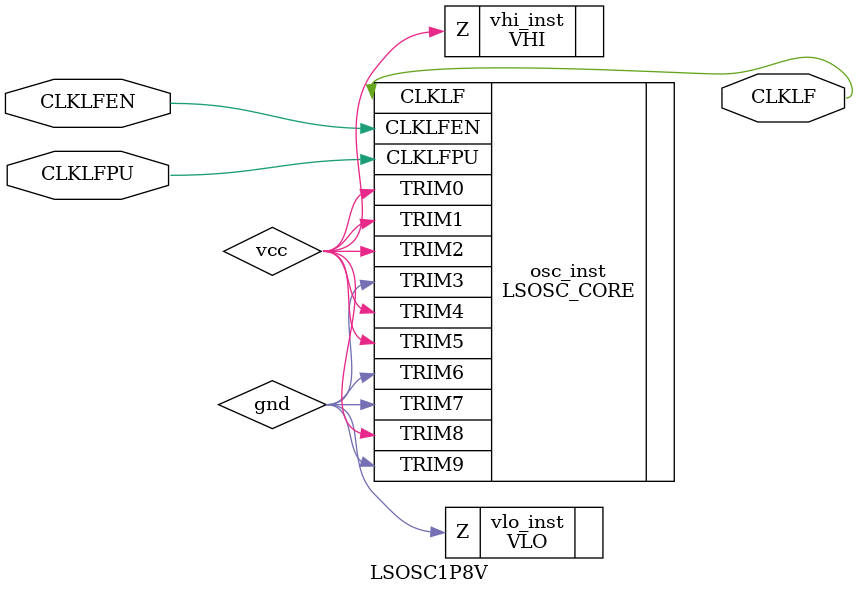
<source format=v>
`timescale 1ns/1ns
module LSOSC1P8V (CLKLFPU, CLKLFEN, CLKLF); // synthesis syn_black_box

    (* \desc = "Power up the oscillator. After power up, output will be stable after 100us. Active high" *)
	input CLKLFPU;
    (* \desc = "Enable the clock output. Enable should be low for the 100us power up period. Active high" *)
	input CLKLFEN;
    (* \desc = "Oscillator output" *)
	output CLKLF;

	//Wires and Registers
	wire gnd;
	wire vcc;

	VLO vlo_inst(.Z(gnd));
	VHI vhi_inst(.Z(vcc));

	LSOSC_CORE osc_inst(.CLKLFPU(CLKLFPU), .CLKLFEN(CLKLFEN), .CLKLF(CLKLF), .TRIM0(vcc), .TRIM1(vcc), .TRIM2(vcc), .TRIM3(gnd), .TRIM4(vcc), .TRIM5(vcc), .TRIM6(gnd), .TRIM7(gnd), .TRIM8(vcc), .TRIM9(gnd));
	defparam osc_inst.FABRIC_TRIME = "ENABLE";

endmodule

</source>
